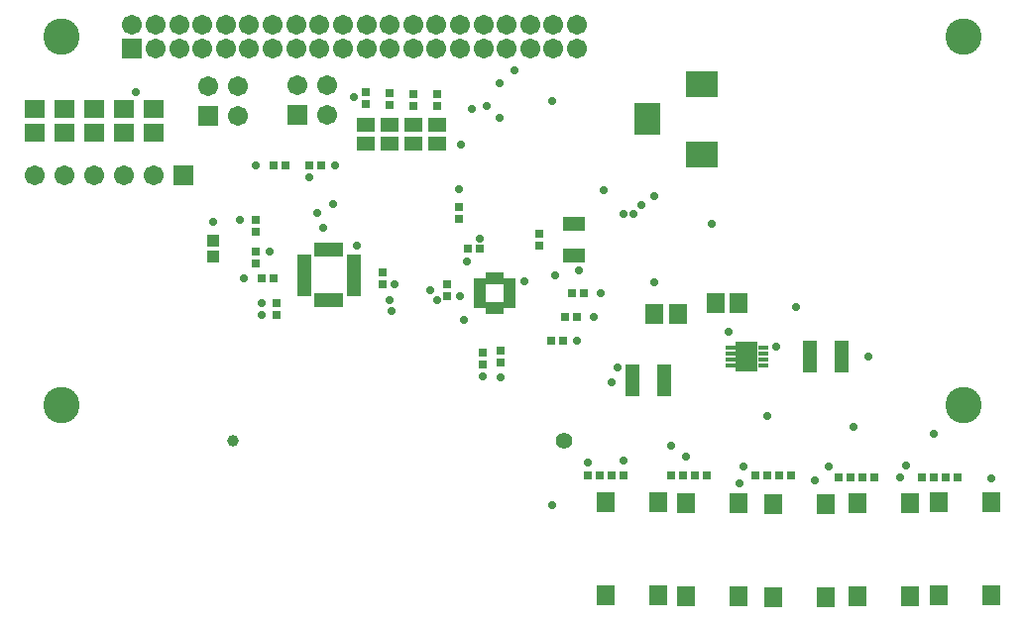
<source format=gts>
G04 Layer_Color=8388736*
%FSLAX24Y24*%
%MOIN*%
G70*
G01*
G75*
%ADD53R,0.0356X0.0179*%
%ADD54R,0.0730X0.1017*%
%ADD55R,0.0316X0.0277*%
%ADD56R,0.0592X0.0474*%
%ADD57R,0.0277X0.0316*%
%ADD58R,0.0671X0.0631*%
%ADD59R,0.0513X0.1104*%
%ADD60R,0.0198X0.0395*%
%ADD61R,0.0395X0.0198*%
%ADD62R,0.0749X0.0513*%
%ADD63R,0.0434X0.0395*%
%ADD64R,0.0474X0.0198*%
%ADD65R,0.0198X0.0474*%
%ADD66R,0.0631X0.0671*%
%ADD67R,0.0592X0.0690*%
%ADD68C,0.1222*%
%ADD69R,0.0867X0.1104*%
%ADD70R,0.1104X0.0867*%
%ADD71C,0.0552*%
%ADD72C,0.0395*%
%ADD73C,0.0671*%
%ADD74R,0.0671X0.0671*%
%ADD75C,0.0277*%
D53*
X25151Y8605D02*
D03*
Y8802D02*
D03*
Y8998D02*
D03*
Y9195D02*
D03*
X24049Y8605D02*
D03*
Y8802D02*
D03*
Y8998D02*
D03*
Y9195D02*
D03*
D54*
X24600Y8900D02*
D03*
D55*
X9903Y15350D02*
D03*
X10297D02*
D03*
X9100Y15350D02*
D03*
X8706D02*
D03*
X22053Y4900D02*
D03*
X22447D02*
D03*
X23247Y4900D02*
D03*
X22853D02*
D03*
X19256Y4900D02*
D03*
X19650D02*
D03*
X20450D02*
D03*
X20056D02*
D03*
X26097Y4900D02*
D03*
X25703Y4900D02*
D03*
X24903Y4900D02*
D03*
X25297D02*
D03*
X27703Y4850D02*
D03*
X28097D02*
D03*
X28897Y4850D02*
D03*
X28503D02*
D03*
X30500Y4850D02*
D03*
X30894D02*
D03*
X31694Y4850D02*
D03*
X31300D02*
D03*
X15233Y12550D02*
D03*
X15627D02*
D03*
X18427Y9450D02*
D03*
X18033D02*
D03*
X18486Y10250D02*
D03*
X18880D02*
D03*
X19124Y11050D02*
D03*
X18730D02*
D03*
X8697Y11550D02*
D03*
X8303D02*
D03*
D56*
X14200Y16070D02*
D03*
Y16700D02*
D03*
X13400Y16070D02*
D03*
Y16700D02*
D03*
X12600Y16070D02*
D03*
Y16700D02*
D03*
X11800Y16085D02*
D03*
Y16715D02*
D03*
D57*
X14200Y17338D02*
D03*
Y17732D02*
D03*
X13400Y17338D02*
D03*
Y17732D02*
D03*
X12600Y17388D02*
D03*
Y17782D02*
D03*
X14530Y11347D02*
D03*
Y10953D02*
D03*
X16330Y9100D02*
D03*
Y8706D02*
D03*
X15730Y9047D02*
D03*
Y8653D02*
D03*
X17630Y12650D02*
D03*
Y13044D02*
D03*
X14930Y13944D02*
D03*
Y13550D02*
D03*
X8100Y12447D02*
D03*
Y12053D02*
D03*
X8100Y13100D02*
D03*
Y13494D02*
D03*
X12350Y11350D02*
D03*
Y11744D02*
D03*
X11800Y17403D02*
D03*
Y17797D02*
D03*
X8800Y10303D02*
D03*
Y10697D02*
D03*
D58*
X4650Y16456D02*
D03*
Y17244D02*
D03*
X3650Y16456D02*
D03*
Y17244D02*
D03*
X2650Y16456D02*
D03*
Y17244D02*
D03*
X1650Y16456D02*
D03*
Y17244D02*
D03*
X650Y16456D02*
D03*
Y17244D02*
D03*
D59*
X26718Y8900D02*
D03*
X27782D02*
D03*
X21832Y8100D02*
D03*
X20768D02*
D03*
D60*
X15933Y11542D02*
D03*
X16130D02*
D03*
X16327D02*
D03*
Y10558D02*
D03*
X16130D02*
D03*
X15933D02*
D03*
D61*
X16622Y11444D02*
D03*
Y11247D02*
D03*
Y11050D02*
D03*
Y10853D02*
D03*
Y10656D02*
D03*
X15638D02*
D03*
Y10853D02*
D03*
Y11050D02*
D03*
Y11247D02*
D03*
Y11444D02*
D03*
D62*
X18780Y13382D02*
D03*
Y12319D02*
D03*
D63*
X6650Y12274D02*
D03*
Y12826D02*
D03*
D64*
X11396Y12241D02*
D03*
Y11847D02*
D03*
Y11453D02*
D03*
Y11256D02*
D03*
Y11059D02*
D03*
Y11650D02*
D03*
X9723Y12044D02*
D03*
Y11650D02*
D03*
Y11453D02*
D03*
Y11256D02*
D03*
Y11059D02*
D03*
Y11847D02*
D03*
X11396Y12044D02*
D03*
X9723Y12241D02*
D03*
D65*
X10944Y12496D02*
D03*
X10747D02*
D03*
X10944Y10804D02*
D03*
X10747D02*
D03*
X10550D02*
D03*
X10156Y12496D02*
D03*
X10353D02*
D03*
X10550D02*
D03*
X10156Y10804D02*
D03*
X10353D02*
D03*
D66*
X22294Y10350D02*
D03*
X21506D02*
D03*
X23556Y10700D02*
D03*
X24344D02*
D03*
D67*
X31050Y4000D02*
D03*
X32822D02*
D03*
X31050Y870D02*
D03*
X32822D02*
D03*
X28314Y3965D02*
D03*
X30086D02*
D03*
X28314Y835D02*
D03*
X30086D02*
D03*
X25500Y3950D02*
D03*
X27272D02*
D03*
X25500Y820D02*
D03*
X27272D02*
D03*
X22564Y3965D02*
D03*
X24336D02*
D03*
X22564Y835D02*
D03*
X24336D02*
D03*
X19864Y4015D02*
D03*
X21636D02*
D03*
X19864Y885D02*
D03*
X21636D02*
D03*
D68*
X1575Y7283D02*
D03*
Y19685D02*
D03*
X31890D02*
D03*
Y7283D02*
D03*
D69*
X21250Y16900D02*
D03*
D70*
X23100Y18081D02*
D03*
Y15719D02*
D03*
D71*
X18445Y6083D02*
D03*
D72*
X7343D02*
D03*
D73*
X18898Y20079D02*
D03*
Y19291D02*
D03*
X18110Y20079D02*
D03*
Y19291D02*
D03*
X17323Y20079D02*
D03*
Y19291D02*
D03*
X16535Y20079D02*
D03*
Y19291D02*
D03*
X15748Y20079D02*
D03*
Y19291D02*
D03*
X14961Y20079D02*
D03*
Y19291D02*
D03*
X14173Y20079D02*
D03*
Y19291D02*
D03*
X13386Y20079D02*
D03*
Y19291D02*
D03*
X12598Y20079D02*
D03*
Y19291D02*
D03*
X11811Y20079D02*
D03*
Y19291D02*
D03*
X11024Y20079D02*
D03*
Y19291D02*
D03*
X10236Y20079D02*
D03*
Y19291D02*
D03*
X9449Y20079D02*
D03*
Y19291D02*
D03*
X8661Y20079D02*
D03*
Y19291D02*
D03*
X7874Y20079D02*
D03*
Y19291D02*
D03*
X7087Y20079D02*
D03*
Y19291D02*
D03*
X6299Y20079D02*
D03*
Y19291D02*
D03*
X5512Y20079D02*
D03*
Y19291D02*
D03*
X4724Y20079D02*
D03*
Y19291D02*
D03*
X3937Y20079D02*
D03*
X4650Y15000D02*
D03*
X3650D02*
D03*
X2650D02*
D03*
X1650D02*
D03*
X650D02*
D03*
X9500Y18050D02*
D03*
X10500Y17050D02*
D03*
Y18050D02*
D03*
X6500Y18000D02*
D03*
X7500Y17000D02*
D03*
Y18000D02*
D03*
D74*
X3937Y19291D02*
D03*
X5650Y15000D02*
D03*
X9500Y17050D02*
D03*
X6500Y17000D02*
D03*
D75*
X18050Y17500D02*
D03*
X21500Y14312D02*
D03*
X20450Y13700D02*
D03*
X28200Y6550D02*
D03*
X16300Y18100D02*
D03*
X24797Y8703D02*
D03*
X24403D02*
D03*
X24797Y9097D02*
D03*
X24403D02*
D03*
X24000Y9750D02*
D03*
X25600Y9250D02*
D03*
X15627Y12877D02*
D03*
X20800Y13700D02*
D03*
X12600Y10800D02*
D03*
X12650Y10450D02*
D03*
X14200Y10800D02*
D03*
X13950Y11150D02*
D03*
X15850Y17350D02*
D03*
X16300Y16950D02*
D03*
X15200Y12100D02*
D03*
X14930Y14530D02*
D03*
X28700Y8900D02*
D03*
X18950Y11800D02*
D03*
X17144Y11444D02*
D03*
X15100Y10150D02*
D03*
X14950Y10950D02*
D03*
X20050Y8050D02*
D03*
X27353Y5200D02*
D03*
X24500D02*
D03*
X32822Y4800D02*
D03*
X22050Y5900D02*
D03*
X29750Y4850D02*
D03*
X26900Y4750D02*
D03*
X24350Y4650D02*
D03*
X20450Y5400D02*
D03*
X19250Y5350D02*
D03*
X26250Y10563D02*
D03*
X23431Y13382D02*
D03*
X15350Y17250D02*
D03*
X30900Y6300D02*
D03*
X25300Y6900D02*
D03*
X21050Y14000D02*
D03*
X21500Y11400D02*
D03*
X19784Y14500D02*
D03*
X20250Y8550D02*
D03*
X18150Y11650D02*
D03*
X22550Y5550D02*
D03*
X18050Y3900D02*
D03*
X10353Y13253D02*
D03*
X10700Y14050D02*
D03*
X8300Y10700D02*
D03*
Y10300D02*
D03*
X6650Y13450D02*
D03*
X8550Y12450D02*
D03*
X7550Y13500D02*
D03*
X7700Y11550D02*
D03*
X10150Y13750D02*
D03*
X11492Y12650D02*
D03*
X15730Y8230D02*
D03*
X16330Y8220D02*
D03*
X18900Y9450D02*
D03*
X19450Y10250D02*
D03*
X19700Y11050D02*
D03*
X14990Y16050D02*
D03*
X16800Y18550D02*
D03*
X10750Y15350D02*
D03*
X8100D02*
D03*
X9900Y14950D02*
D03*
X11400Y17650D02*
D03*
X29950Y5250D02*
D03*
X4050Y17800D02*
D03*
X12750Y11350D02*
D03*
M02*

</source>
